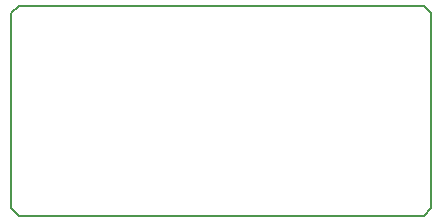
<source format=gko>
G04 #@! TF.FileFunction,Profile,NP*
%FSLAX46Y46*%
G04 Gerber Fmt 4.6, Leading zero omitted, Abs format (unit mm)*
G04 Created by KiCad (PCBNEW 4.0.2-stable) date Monday, 30 October 2017 15:13:07*
%MOMM*%
G01*
G04 APERTURE LIST*
%ADD10C,0.100000*%
%ADD11C,0.150000*%
G04 APERTURE END LIST*
D10*
D11*
X153035000Y-92710000D02*
X152400000Y-93345000D01*
X187325000Y-92710000D02*
X153035000Y-92710000D01*
X187960000Y-93345000D02*
X187325000Y-92710000D01*
X187960000Y-109855000D02*
X187960000Y-93345000D01*
X187325000Y-110490000D02*
X187960000Y-109855000D01*
X153035000Y-110490000D02*
X187325000Y-110490000D01*
X152400000Y-109855000D02*
X153035000Y-110490000D01*
X152400000Y-93345000D02*
X152400000Y-109855000D01*
M02*

</source>
